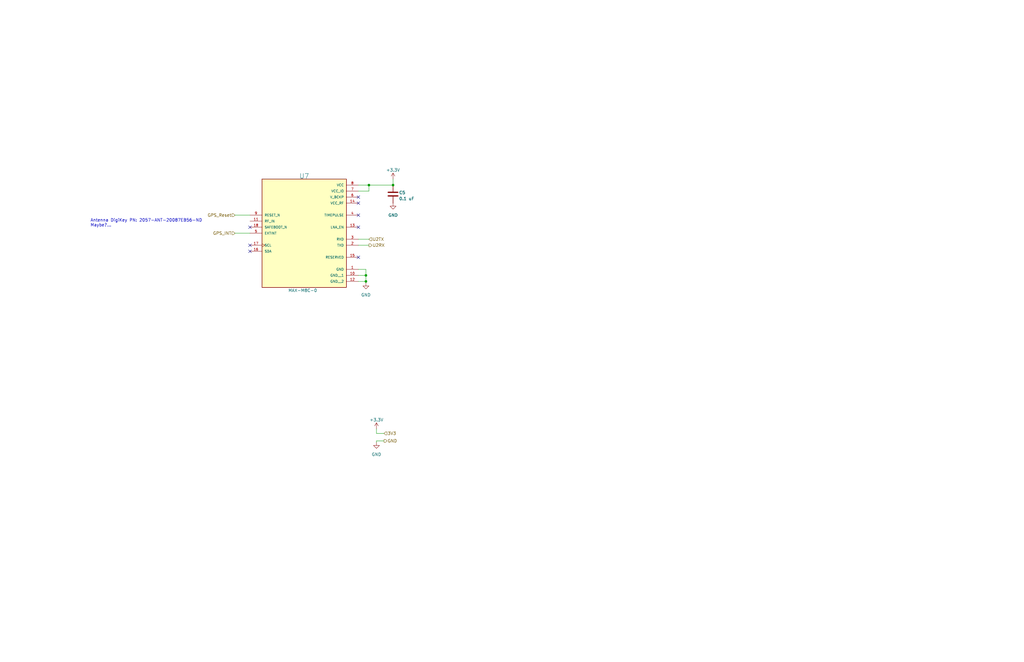
<source format=kicad_sch>
(kicad_sch (version 20230121) (generator eeschema)
  (paper "B")
  (title_block (title "MCU Controller") (rev "0.1") (company "satomm@stanford.edu") (comment 1 "Department of Civil and Environmental Engineering") (comment 2 "Engineering Informatics Group") (comment 3 "Stanford University") (comment 4 "Matthew Sato"))
  (lib_symbols
    (symbol "Device:C" (pin_numbers hide) (pin_names (offset 0.254))
      (property "Reference" "C" (at 0.635 2.54 0))
      (property "Value" "C" (at 0.635 -2.54 0))
      (symbol "C_0_1"
        (polyline (pts (xy -2.032 -0.762) (xy 2.032 -0.762)) (stroke (width 0.508)))
        (polyline (pts (xy -2.032 0.762) (xy 2.032 0.762)) (stroke (width 0.508)))
      )
      (symbol "C_1_1"
        (pin passive line (at 0 3.81 270) (length 2.794) (name "~") (number "1"))
        (pin passive line (at 0 -3.81 90) (length 2.794) (name "~") (number "2"))
      )
    )
    (symbol "RobotLibary:MAX-M8C-0" (pin_names (offset 1.016))
      (property "Reference" "U" (at -0.635 20.955 0))
      (property "Value" "MAX-M8C-0" (at -5.715 -27.305 0))
      (symbol "MAX-M8C-0_0_0"
        (rectangle (start -17.78 -25.4) (end 17.78 20.32) (stroke (width 0.254)) (fill (type background)))
        (pin power_in line (at 22.86 -17.78 180) (length 5.08) (name "GND") (number "1"))
        (pin power_in line (at 22.86 -20.32 180) (length 5.08) (name "GND__1") (number "10"))
        (pin input line (at -22.86 2.54 0) (length 5.08) (name "RF_IN") (number "11"))
        (pin power_in line (at 22.86 -22.86 180) (length 5.08) (name "GND__2") (number "12"))
        (pin output line (at 22.86 0 180) (length 5.08) (name "LNA_EN") (number "13"))
        (pin power_in line (at 22.86 10.16 180) (length 5.08) (name "VCC_RF") (number "14"))
        (pin passive line (at 22.86 -12.7 180) (length 5.08) (name "RESERVED") (number "15"))
        (pin bidirectional line (at -22.86 -10.16 0) (length 5.08) (name "SDA") (number "16"))
        (pin input clock (at -22.86 -7.62 0) (length 5.08) (name "SCL") (number "17"))
        (pin input line (at -22.86 0 0) (length 5.08) (name "SAFEBOOT_N") (number "18"))
        (pin output line (at 22.86 -7.62 180) (length 5.08) (name "TXD") (number "2"))
        (pin input line (at 22.86 -5.08 180) (length 5.08) (name "RXD") (number "3"))
        (pin output line (at 22.86 5.08 180) (length 5.08) (name "TIMEPULSE") (number "4"))
        (pin input line (at -22.86 -2.54 0) (length 5.08) (name "EXTINT") (number "5"))
        (pin power_in line (at 22.86 12.7 180) (length 5.08) (name "V_BCKP") (number "6"))
        (pin power_in line (at 22.86 15.24 180) (length 5.08) (name "VCC_IO") (number "7"))
        (pin power_in line (at 22.86 17.78 180) (length 5.08) (name "VCC") (number "8"))
        (pin input line (at -22.86 5.08 0) (length 5.08) (name "RESET_N") (number "9"))
      )
    )
    (symbol "power:+3.3V" (power) (pin_names (offset 0))
      (property "Value" "+3.3V" (at 0 3.556 0))
      (symbol "+3.3V_0_1"
        (polyline (pts (xy -0.762 1.27) (xy 0 2.54)))
        (polyline (pts (xy 0 0) (xy 0 2.54)))
        (polyline (pts (xy 0 2.54) (xy 0.762 1.27)))
      )
      (symbol "+3.3V_1_1"
        (pin power_in line (at 0 0 90) (length 0) hide (name "+3.3V") (number "1"))
      )
    )
    (symbol "power:GND" (power) (pin_names (offset 0))
      (property "Value" "GND" (at 0 -3.81 0))
      (symbol "GND_0_1"
        (polyline (pts (xy 0 0) (xy 0 -1.27) (xy 1.27 -1.27) (xy 0 -2.54) (xy -1.27 -1.27) (xy 0 -1.27)))
      )
      (symbol "GND_1_1"
        (pin power_in line (at 0 0 270) (length 0) hide (name "GND") (number "1"))
      )
    )
  )
  (junction (at 154.305 116.205))
  (junction (at 155.575 78.105))
  (junction (at 154.305 118.745))
  (junction (at 165.735 78.105))
  (no_connect (at 151.13 95.885))
  (no_connect (at 151.13 83.185))
  (no_connect (at 105.41 95.885))
  (no_connect (at 105.41 103.505))
  (no_connect (at 105.41 106.045))
  (no_connect (at 151.13 108.585))
  (no_connect (at 151.13 85.725))
  (no_connect (at 151.13 90.805))
  (wire (pts (xy 158.75 182.88) (xy 161.925 182.88)))
  (wire (pts (xy 99.06 98.425) (xy 105.41 98.425)))
  (wire (pts (xy 154.305 113.665) (xy 154.305 116.205)))
  (wire (pts (xy 151.13 100.965) (xy 155.575 100.965)))
  (wire (pts (xy 165.735 75.565) (xy 165.735 78.105)))
  (wire (pts (xy 155.575 80.645) (xy 155.575 78.105)))
  (wire (pts (xy 158.75 182.88) (xy 158.75 180.975)))
  (wire (pts (xy 158.75 186.055) (xy 161.925 186.055)))
  (wire (pts (xy 154.305 119.38) (xy 154.305 118.745)))
  (wire (pts (xy 151.13 118.745) (xy 154.305 118.745)))
  (wire (pts (xy 151.13 80.645) (xy 155.575 80.645)))
  (wire (pts (xy 154.305 116.205) (xy 154.305 118.745)))
  (wire (pts (xy 151.13 103.505) (xy 155.575 103.505)))
  (wire (pts (xy 151.13 78.105) (xy 155.575 78.105)))
  (wire (pts (xy 165.735 78.105) (xy 155.575 78.105)))
  (wire (pts (xy 151.13 113.665) (xy 154.305 113.665)))
  (wire (pts (xy 158.75 186.69) (xy 158.75 186.055)))
  (wire (pts (xy 151.13 116.205) (xy 154.305 116.205)))
  (wire (pts (xy 99.06 90.805) (xy 105.41 90.805)))
  (text "Antenna DigiKey PN: 2057-ANT-20087EB56-ND\nMaybe?..." (at 38.1 95.885 0) (effects (font (size 1.27 1.27)) (justify left bottom)))
  (hierarchical_label "U2RX" (shape output) (at 155.575 103.505 0))
  (hierarchical_label "GND" (shape output) (at 161.925 186.055 0))
  (hierarchical_label "3V3" (shape input) (at 161.925 182.88 0))
  (hierarchical_label "GPS_INT" (shape input) (at 99.06 98.425 180))
  (hierarchical_label "GPS_Reset" (shape input) (at 99.06 90.805 180))
  (hierarchical_label "U2TX" (shape input) (at 155.575 100.965 0))
  (symbol (lib_id "power:GND") (at 165.735 85.725 0) (unit 1)
    (property "Reference" "#PWR037" (effects hide))
    (property "Value" "GND" (at 165.735 90.805 0))
    (instances (project "MainBoard" (path "" (reference "#PWR037") (unit 1)) (path "" (reference "#PWR083") (unit 1))))
  )
  (symbol (lib_id "RobotLibary:MAX-M8C-0") (at 128.27 95.885 0) (unit 1)
    (property "Reference" "U7" (at 128.27 74.295 0) (effects (font (size 2 2))))
    (property "Value" "MAX-M8C-0" (at 127.635 122.555 0))
    (property "Footprint" "RobotLibrary:XCVR_MAX-M8C-0" (effects hide))
    (property "Datasheet" "https://www.u-blox.com/en/docs/UBX-16000093" (effects hide))
  )
  (symbol (lib_id "Device:C") (at 165.735 81.915 0) (unit 1)
    (property "Reference" "C5" (at 168.275 81.28 0) (effects (justify left)))
    (property "Value" "0.1 uF" (at 168.275 83.82 0) (effects (justify left)))
    (property "Footprint" "Capacitor_SMD:C_0805_2012Metric_Pad1.18x1.45mm_HandSolder" (effects hide))
    (property "Datasheet" "https://mm.digikey.com/Volume0/opasdata/d220001/medias/docus/609/CL21B104KBCNNN_Spec.pdf" (effects hide))
    (property "Description" "CAP CER 0.1UF 50V X7R 0805" (effects hide))
    (property "Mfr" "Samsung Electro-Mechanics" (effects hide))
    (property "Mfr P/N" "CL21B104KBCNNNC" (effects hide))
    (property "Supplier 1" "DigiKey" (effects hide))
    (property "Supplier 1 P/N" "1276-1003-1-ND" (effects hide))
    (instances (project "MainBoard" (path "" (reference "C5") (unit 1)) (path "" (reference "C17") (unit 1))))
  )
  (symbol (lib_id "power:GND") (at 154.305 119.38 0) (unit 1)
    (property "Reference" "#PWR037" (effects hide))
    (property "Value" "GND" (at 154.305 124.46 0))
    (instances (project "MainBoard" (path "" (reference "#PWR037") (unit 1)) (path "" (reference "#PWR082") (unit 1))))
  )
  (symbol (lib_id "power:GND") (at 158.75 186.69 0) (unit 1)
    (property "Reference" "#PWR037" (effects hide))
    (property "Value" "GND" (at 158.75 191.77 0))
    (instances (project "MainBoard" (path "" (reference "#PWR037") (unit 1)) (path "" (reference "#PWR080") (unit 1))))
  )
  (symbol (lib_id "power:+3.3V") (at 158.75 180.975 0) (unit 1)
    (property "Reference" "#PWR036" (effects hide))
    (property "Value" "+3.3V" (at 158.75 177.165 0))
    (instances (project "MainBoard" (path "" (reference "#PWR036") (unit 1)) (path "" (reference "#PWR079") (unit 1))))
  )
  (symbol (lib_id "power:+3.3V") (at 165.735 75.565 0) (unit 1)
    (property "Reference" "#PWR036" (effects hide))
    (property "Value" "+3.3V" (at 165.735 71.755 0))
    (instances (project "MainBoard" (path "" (reference "#PWR036") (unit 1)) (path "" (reference "#PWR081") (unit 1))))
  )
)
</source>
